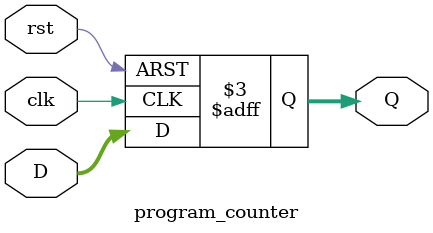
<source format=v>
module program_counter(D,clk,rst,Q);
	input [31:0] D; // Data input 
	input clk; // clock input 
	input rst;
	output reg [31:0] Q; // output Q 
	always @(posedge clk or negedge rst)
	begin
		if (!rst) 
			Q<=32'b0;
		else
		begin
			if(clk)
				Q<=D;
		end
	end  
endmodule 

</source>
